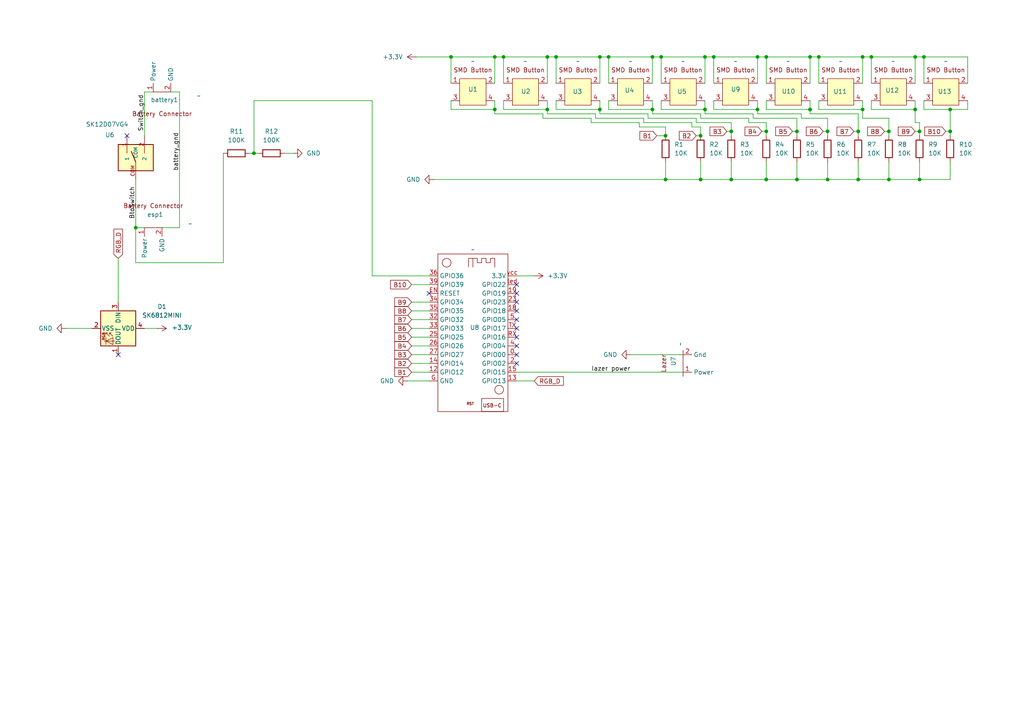
<source format=kicad_sch>
(kicad_sch (version 20231120) (generator "eeschema") (generator_version "8.0")
  (paper "A4")
  (lib_symbols
    (symbol "Device:R" (pin_numbers hide) (pin_names (offset 0))
      (property "Reference" "R" (at 2.032 0 90))
      (property "Value" "R" (at 0 0 90))
      (symbol "R_0_1"
        (rectangle (start -1.016 -2.54) (end 1.016 2.54) (stroke (width 0.254)))
      )
      (symbol "R_1_1"
        (pin passive line (at 0 3.81 270) (length 1.27) (name "~") (number "1"))
        (pin passive line (at 0 -3.81 90) (length 1.27) (name "~") (number "2"))
      )
    )
    (symbol "LED:SK6812MINI" (pin_names (offset 0.254))
      (property "Reference" "D" (at 5.08 5.715 0))
      (property "Value" "SK6812MINI" (at 1.27 -5.715 0))
      (symbol "SK6812MINI_0_0"
        (text "RGB" (at 2.286 -4.191 0) (effects (font (size 0.762 0.762))))
      )
      (symbol "SK6812MINI_0_1"
        (polyline (pts (xy 1.27 -3.556) (xy 1.778 -3.556)))
        (polyline (pts (xy 1.27 -2.54) (xy 1.778 -2.54)))
        (polyline (pts (xy 4.699 -3.556) (xy 2.667 -3.556)))
        (polyline (pts (xy 2.286 -2.54) (xy 1.27 -3.556) (xy 1.27 -3.048)))
        (polyline (pts (xy 2.286 -1.524) (xy 1.27 -2.54) (xy 1.27 -2.032)))
        (polyline (pts (xy 3.683 -1.016) (xy 3.683 -3.556) (xy 3.683 -4.064)))
        (polyline (pts (xy 4.699 -1.524) (xy 2.667 -1.524) (xy 3.683 -3.556) (xy 4.699 -1.524)))
        (rectangle (start 5.08 5.08) (end -5.08 -5.08) (stroke (width 0.254)) (fill (type background)))
      )
      (symbol "SK6812MINI_1_1"
        (pin output line (at 7.62 0 180) (length 2.54) (name "DOUT") (number "1"))
        (pin power_in line (at 0 -7.62 90) (length 2.54) (name "VSS") (number "2"))
        (pin input line (at -7.62 0 0) (length 2.54) (name "DIN") (number "3"))
        (pin power_in line (at 0 7.62 270) (length 2.54) (name "VDD") (number "4"))
      )
    )
    (symbol "SK12D07VG4:SK12D07VG4" (pin_names (offset 1.016))
      (property "Reference" "U" (at 0 0 0))
      (property "Value" "SK12D07VG4" (at 0 0 0))
      (symbol "SK12D07VG4_0_0"
        (rectangle (start -5.08 -2.54) (end 5.08 5.08) (stroke (width 0.254)) (fill (type background)))
        (polyline (pts (xy 0 0) (xy -1.27 3.048)) (stroke (width 0.254)))
        (pin bidirectional line (at -2.54 7.62 270) (length 5.08) (name "1") (number "1"))
        (pin bidirectional line (at 2.54 7.62 270) (length 5.08) (name "2") (number "2"))
        (pin bidirectional line (at 0 -5.08 90) (length 5.08) (name "COM") (number "COM"))
      )
    )
    (symbol "button:TWS4417-250AT"
      (property "Reference" "U" (at 0 11.43 0))
      (symbol "TWS4417-250AT_1_1"
        (rectangle (start -3.81 3.81) (end 3.81 -3.81) (fill (type background)))
        (text "SMD Button" (at 0 6.35 0) (effects (font (size 1.27 1.27))))
        (pin input line (at -6.35 2.54 0) (length 2.54) (name "") (number "1"))
        (pin input line (at 6.35 2.54 180) (length 2.54) (name "") (number "2"))
        (pin output line (at -6.35 -2.54 0) (length 2.54) (name "") (number "3"))
        (pin output line (at 6.35 -2.54 180) (length 2.54) (name "") (number "4"))
      )
    )
    (symbol "lazer_pin:battery_connector"
      (property "Reference" "T" (at 0 2.54 0))
      (symbol "battery_connector_0_1"
        (polyline (pts (xy -2.54 0) (xy 2.54 0)))
      )
      (symbol "battery_connector_1_1"
        (text "Battery Connector" (at 0 6.35 0) (effects (font (size 1.27 1.27))))
        (pin input line (at -2.54 0 270) (length 2.54) (name "Power") (number "1"))
        (pin input line (at 2.54 0 270) (length 2.54) (name "GND") (number "2"))
      )
    )
    (symbol "lazer_pin:esp_with_battery"
      (property "Reference" "U" (at 15.24 22.86 0))
      (symbol "esp_with_battery_0_1"
        (rectangle (start -13.97 33.02) (end 6.35 -12.7))
        (circle (center -11.43 30.48) (radius 1.27))
        (rectangle (start -1.27 -8.89) (end 5.08 -12.7))
        (polyline (pts (xy -5.08 29.21) (xy -5.08 31.75) (xy -3.81 31.75) (xy -3.81 29.21) (xy -3.81 31.75) (xy -2.54 31.75) (xy -2.54 30.48) (xy -1.27 30.48) (xy -1.27 31.75) (xy 0 31.75) (xy 0 30.48) (xy 1.27 30.48) (xy 1.27 31.75) (xy 2.54 31.75) (xy 2.54 29.21)))
        (circle (center 3.81 -6.35) (radius 1.27))
      )
      (symbol "esp_with_battery_1_1"
        (text "RST" (at -4.572 -10.414 0) (effects (font (size 0.762 0.762))))
        (text "USB-C" (at 1.778 -10.922 0) (effects (font (size 1.016 1.016))))
        (pin bidirectional line (at 8.89 3.81 180) (length 2.54) (name "GPIO00") (number "0"))
        (pin bidirectional line (at -16.51 -1.27 0) (length 2.54) (name "GPIO12") (number "12"))
        (pin bidirectional line (at 8.89 -3.81 180) (length 2.54) (name "GPIO13") (number "13"))
        (pin bidirectional line (at -16.51 1.27 0) (length 2.54) (name "GPIO14") (number "14"))
        (pin bidirectional line (at 8.89 -1.27 180) (length 2.54) (name "GPIO15") (number "15"))
        (pin bidirectional line (at 8.89 16.51 180) (length 2.54) (name "GPIO18") (number "18"))
        (pin bidirectional line (at 8.89 21.59 180) (length 2.54) (name "GPIO19") (number "19"))
        (pin bidirectional line (at 8.89 1.27 180) (length 2.54) (name "GPIO02") (number "2"))
        (pin bidirectional line (at 8.89 19.05 180) (length 2.54) (name "GPIO23") (number "23"))
        (pin bidirectional line (at -16.51 8.89 0) (length 2.54) (name "GPIO25") (number "25"))
        (pin bidirectional line (at -16.51 6.35 0) (length 2.54) (name "GPIO26") (number "26"))
        (pin bidirectional line (at -16.51 3.81 0) (length 2.54) (name "GPIO27") (number "27"))
        (pin bidirectional line (at -16.51 13.97 0) (length 2.54) (name "GPIO32") (number "32"))
        (pin bidirectional line (at -16.51 11.43 0) (length 2.54) (name "GPIO33") (number "33"))
        (pin bidirectional line (at -16.51 19.05 0) (length 2.54) (name "GPIO34") (number "34"))
        (pin bidirectional line (at -16.51 16.51 0) (length 2.54) (name "GPIO35") (number "35"))
        (pin bidirectional line (at -16.51 26.67 0) (length 2.54) (name "GPIO36") (number "36"))
        (pin bidirectional line (at -16.51 24.13 0) (length 2.54) (name "GPIO39") (number "39"))
        (pin bidirectional line (at 8.89 6.35 180) (length 2.54) (name "GPIO04") (number "4"))
        (pin bidirectional line (at 8.89 13.97 180) (length 2.54) (name "GPIO05") (number "5"))
        (pin bidirectional line (at -16.51 21.59 0) (length 2.54) (name "RESET") (number "EN"))
        (pin power_out line (at -16.51 -3.81 0) (length 2.54) (name "GND") (number "G"))
        (pin bidirectional line (at 8.89 8.89 180) (length 2.54) (name "GPIO16") (number "RX"))
        (pin bidirectional line (at 8.89 11.43 180) (length 2.54) (name "GPIO17") (number "TX"))
        (pin bidirectional line (at 8.89 24.13 180) (length 2.54) (name "GPIO22") (number "led"))
        (pin output line (at 8.89 26.67 180) (length 2.54) (name "3.3V") (number "vcc"))
      )
    )
    (symbol "lazer_pin:lazer"
      (property "Reference" "U" (at -0.762 7.366 0))
      (symbol "lazer_1_1"
        (rectangle (start -3.81 0) (end 3.81 0))
        (text "Lazer" (at 0 5.588 0) (effects (font (size 1.27 1.27))))
        (pin input line (at -2.54 0 270) (length 2.54) (name "Power") (number "1"))
        (pin input line (at 2.54 0 270) (length 2.54) (name "Gnd") (number "2"))
      )
    )
    (symbol "power:+3.3V" (power) (pin_numbers hide) (pin_names (offset 0) hide)
      (property "Value" "+3.3V" (at 0 3.556 0))
      (symbol "+3.3V_0_1"
        (polyline (pts (xy -0.762 1.27) (xy 0 2.54)))
        (polyline (pts (xy 0 0) (xy 0 2.54)))
        (polyline (pts (xy 0 2.54) (xy 0.762 1.27)))
      )
      (symbol "+3.3V_1_1"
        (pin power_in line (at 0 0 90) (length 0) (name "~") (number "1"))
      )
    )
    (symbol "power:GND" (power) (pin_numbers hide) (pin_names (offset 0) hide)
      (property "Value" "GND" (at 0 -3.81 0))
      (symbol "GND_0_1"
        (polyline (pts (xy 0 0) (xy 0 -1.27) (xy 1.27 -1.27) (xy 0 -2.54) (xy -1.27 -1.27) (xy 0 -1.27)))
      )
      (symbol "GND_1_1"
        (pin power_in line (at 0 0 270) (length 0) (name "~") (number "1"))
      )
    )
  )
  (junction (at 275.59 31.75))
  (junction (at 250.19 16.51))
  (junction (at 146.05 16.51))
  (junction (at 204.47 16.51))
  (junction (at 248.92 52.07))
  (junction (at 176.53 16.51))
  (junction (at 193.04 39.37))
  (junction (at 143.51 31.75))
  (junction (at 265.43 16.51))
  (junction (at 203.2 39.37))
  (junction (at 222.25 16.51))
  (junction (at 252.73 16.51))
  (junction (at 219.71 16.51))
  (junction (at 240.03 52.07))
  (junction (at 275.59 38.1))
  (junction (at 257.81 52.07))
  (junction (at 237.49 16.51))
  (junction (at 257.81 38.1))
  (junction (at 240.03 38.1))
  (junction (at 39.37 66.04))
  (junction (at 266.7 52.07))
  (junction (at 231.14 52.07))
  (junction (at 130.81 16.51))
  (junction (at 191.77 16.51))
  (junction (at 222.25 38.1))
  (junction (at 173.99 31.75))
  (junction (at 248.92 38.1))
  (junction (at 143.51 16.51))
  (junction (at 265.43 31.75))
  (junction (at 222.25 52.07))
  (junction (at 158.75 31.75))
  (junction (at 189.23 31.75))
  (junction (at 203.2 52.07))
  (junction (at 250.19 31.75))
  (junction (at 189.23 16.51))
  (junction (at 231.14 38.1))
  (junction (at 234.95 16.51))
  (junction (at 204.47 31.75))
  (junction (at 193.04 52.07))
  (junction (at 161.29 16.51))
  (junction (at 266.7 38.1))
  (junction (at 234.95 31.75))
  (junction (at 73.66 44.45))
  (junction (at 267.97 16.51))
  (junction (at 219.71 31.75))
  (junction (at 158.75 16.51))
  (junction (at 212.09 38.1))
  (junction (at 207.01 16.51))
  (junction (at 212.09 52.07))
  (junction (at 173.99 16.51))
  (no_connect (at 149.86 90.17))
  (no_connect (at 149.86 92.71))
  (no_connect (at 149.86 85.09))
  (no_connect (at 36.83 39.37))
  (no_connect (at 34.29 102.87))
  (no_connect (at 124.46 85.09))
  (no_connect (at 149.86 87.63))
  (no_connect (at 149.86 95.25))
  (no_connect (at 149.86 82.55))
  (no_connect (at 149.86 102.87))
  (no_connect (at 149.86 97.79))
  (no_connect (at 149.86 100.33))
  (no_connect (at 149.86 105.41))
  (wire (pts (xy 46.99 66.04) (xy 52.07 66.04)))
  (wire (pts (xy 231.14 46.99) (xy 231.14 52.07)))
  (wire (pts (xy 193.04 52.07) (xy 203.2 52.07)))
  (wire (pts (xy 237.49 31.75) (xy 250.19 31.75)))
  (wire (pts (xy 172.72 34.29) (xy 172.72 33.02)))
  (wire (pts (xy 203.2 34.29) (xy 217.17 34.29)))
  (wire (pts (xy 250.19 31.75) (xy 250.19 29.21)))
  (wire (pts (xy 212.09 46.99) (xy 212.09 52.07)))
  (wire (pts (xy 280.67 16.51) (xy 280.67 24.13)))
  (wire (pts (xy 149.86 107.95) (xy 198.12 107.95)))
  (wire (pts (xy 219.71 16.51) (xy 219.71 24.13)))
  (wire (pts (xy 26.67 95.25) (xy 19.05 95.25)))
  (wire (pts (xy 252.73 16.51) (xy 252.73 24.13)))
  (wire (pts (xy 212.09 52.07) (xy 222.25 52.07)))
  (wire (pts (xy 210.82 38.1) (xy 212.09 38.1)))
  (wire (pts (xy 64.77 44.45) (xy 64.77 76.2)))
  (wire (pts (xy 203.2 33.02) (xy 203.2 34.29)))
  (wire (pts (xy 274.32 38.1) (xy 275.59 38.1)))
  (wire (pts (xy 186.69 35.56) (xy 186.69 34.29)))
  (wire (pts (xy 266.7 38.1) (xy 266.7 35.56)))
  (wire (pts (xy 119.38 102.87) (xy 124.46 102.87)))
  (wire (pts (xy 52.07 26.67) (xy 52.07 66.04)))
  (wire (pts (xy 252.73 29.21) (xy 252.73 31.75)))
  (wire (pts (xy 257.81 52.07) (xy 266.7 52.07)))
  (wire (pts (xy 201.93 39.37) (xy 203.2 39.37)))
  (wire (pts (xy 217.17 35.56) (xy 222.25 35.56)))
  (wire (pts (xy 191.77 29.21) (xy 191.77 31.75)))
  (wire (pts (xy 234.95 16.51) (xy 237.49 16.51)))
  (wire (pts (xy 39.37 76.2) (xy 64.77 76.2)))
  (wire (pts (xy 173.99 16.51) (xy 173.99 24.13)))
  (wire (pts (xy 207.01 16.51) (xy 207.01 24.13)))
  (wire (pts (xy 173.99 29.21) (xy 173.99 31.75)))
  (wire (pts (xy 207.01 31.75) (xy 219.71 31.75)))
  (wire (pts (xy 200.66 35.56) (xy 186.69 35.56)))
  (wire (pts (xy 146.05 29.21) (xy 146.05 31.75)))
  (wire (pts (xy 130.81 31.75) (xy 143.51 31.75)))
  (wire (pts (xy 222.25 46.99) (xy 222.25 52.07)))
  (wire (pts (xy 73.66 29.21) (xy 73.66 44.45)))
  (wire (pts (xy 267.97 16.51) (xy 280.67 16.51)))
  (wire (pts (xy 154.94 110.49) (xy 149.86 110.49)))
  (wire (pts (xy 119.38 90.17) (xy 124.46 90.17)))
  (wire (pts (xy 193.04 36.83) (xy 193.04 39.37)))
  (wire (pts (xy 143.51 16.51) (xy 143.51 24.13)))
  (wire (pts (xy 125.73 52.07) (xy 193.04 52.07)))
  (wire (pts (xy 158.75 16.51) (xy 158.75 24.13)))
  (wire (pts (xy 237.49 29.21) (xy 237.49 31.75)))
  (wire (pts (xy 222.25 31.75) (xy 234.95 31.75)))
  (wire (pts (xy 267.97 16.51) (xy 267.97 24.13)))
  (wire (pts (xy 252.73 31.75) (xy 265.43 31.75)))
  (wire (pts (xy 34.29 74.93) (xy 34.29 87.63)))
  (wire (pts (xy 265.43 16.51) (xy 267.97 16.51)))
  (wire (pts (xy 193.04 46.99) (xy 193.04 52.07)))
  (wire (pts (xy 189.23 16.51) (xy 191.77 16.51)))
  (wire (pts (xy 73.66 29.21) (xy 107.95 29.21)))
  (wire (pts (xy 267.97 29.21) (xy 267.97 31.75)))
  (wire (pts (xy 176.53 29.21) (xy 176.53 31.75)))
  (wire (pts (xy 265.43 35.56) (xy 265.43 31.75)))
  (wire (pts (xy 39.37 66.04) (xy 39.37 76.2)))
  (wire (pts (xy 240.03 38.1) (xy 240.03 34.29)))
  (wire (pts (xy 143.51 31.75) (xy 143.51 29.21)))
  (wire (pts (xy 219.71 31.75) (xy 219.71 29.21)))
  (wire (pts (xy 212.09 35.56) (xy 201.93 35.56)))
  (wire (pts (xy 219.71 16.51) (xy 222.25 16.51)))
  (wire (pts (xy 240.03 46.99) (xy 240.03 52.07)))
  (wire (pts (xy 41.91 39.37) (xy 41.91 26.67)))
  (wire (pts (xy 265.43 38.1) (xy 266.7 38.1)))
  (wire (pts (xy 248.92 39.37) (xy 248.92 38.1)))
  (wire (pts (xy 73.66 44.45) (xy 74.93 44.45)))
  (wire (pts (xy 146.05 31.75) (xy 158.75 31.75)))
  (wire (pts (xy 250.19 34.29) (xy 257.81 34.29)))
  (wire (pts (xy 257.81 38.1) (xy 257.81 39.37)))
  (wire (pts (xy 143.51 33.02) (xy 157.48 33.02)))
  (wire (pts (xy 39.37 52.07) (xy 39.37 66.04)))
  (wire (pts (xy 39.37 66.04) (xy 41.91 66.04)))
  (wire (pts (xy 231.14 34.29) (xy 218.44 34.29)))
  (wire (pts (xy 146.05 16.51) (xy 146.05 24.13)))
  (wire (pts (xy 143.51 31.75) (xy 143.51 33.02)))
  (wire (pts (xy 257.81 46.99) (xy 257.81 52.07)))
  (wire (pts (xy 72.39 44.45) (xy 73.66 44.45)))
  (wire (pts (xy 130.81 16.51) (xy 130.81 24.13)))
  (wire (pts (xy 171.45 35.56) (xy 185.42 35.56)))
  (wire (pts (xy 173.99 31.75) (xy 173.99 33.02)))
  (wire (pts (xy 191.77 31.75) (xy 204.47 31.75)))
  (wire (pts (xy 203.2 39.37) (xy 203.2 36.83)))
  (wire (pts (xy 120.65 16.51) (xy 130.81 16.51)))
  (wire (pts (xy 231.14 52.07) (xy 240.03 52.07)))
  (wire (pts (xy 119.38 107.95) (xy 124.46 107.95)))
  (wire (pts (xy 266.7 46.99) (xy 266.7 52.07)))
  (wire (pts (xy 186.69 34.29) (xy 172.72 34.29)))
  (wire (pts (xy 187.96 34.29) (xy 187.96 33.02)))
  (wire (pts (xy 265.43 24.13) (xy 265.43 16.51)))
  (wire (pts (xy 161.29 31.75) (xy 173.99 31.75)))
  (wire (pts (xy 207.01 29.21) (xy 207.01 31.75)))
  (wire (pts (xy 217.17 34.29) (xy 217.17 35.56)))
  (wire (pts (xy 238.76 38.1) (xy 240.03 38.1)))
  (wire (pts (xy 266.7 35.56) (xy 265.43 35.56)))
  (wire (pts (xy 189.23 31.75) (xy 189.23 29.21)))
  (wire (pts (xy 185.42 36.83) (xy 193.04 36.83)))
  (wire (pts (xy 237.49 16.51) (xy 237.49 24.13)))
  (wire (pts (xy 248.92 46.99) (xy 248.92 52.07)))
  (wire (pts (xy 204.47 16.51) (xy 204.47 24.13)))
  (wire (pts (xy 119.38 87.63) (xy 124.46 87.63)))
  (wire (pts (xy 257.81 34.29) (xy 257.81 38.1)))
  (wire (pts (xy 280.67 31.75) (xy 280.67 29.21)))
  (wire (pts (xy 234.95 29.21) (xy 234.95 31.75)))
  (wire (pts (xy 119.38 92.71) (xy 124.46 92.71)))
  (wire (pts (xy 222.25 52.07) (xy 231.14 52.07)))
  (wire (pts (xy 176.53 31.75) (xy 189.23 31.75)))
  (wire (pts (xy 158.75 31.75) (xy 158.75 29.21)))
  (wire (pts (xy 231.14 38.1) (xy 231.14 34.29)))
  (wire (pts (xy 250.19 16.51) (xy 250.19 24.13)))
  (wire (pts (xy 85.09 44.45) (xy 82.55 44.45)))
  (wire (pts (xy 191.77 16.51) (xy 191.77 24.13)))
  (wire (pts (xy 189.23 33.02) (xy 203.2 33.02)))
  (wire (pts (xy 119.38 82.55) (xy 124.46 82.55)))
  (wire (pts (xy 119.38 95.25) (xy 124.46 95.25)))
  (wire (pts (xy 234.95 31.75) (xy 234.95 33.02)))
  (wire (pts (xy 222.25 35.56) (xy 222.25 38.1)))
  (wire (pts (xy 154.94 80.01) (xy 149.86 80.01)))
  (wire (pts (xy 267.97 31.75) (xy 275.59 31.75)))
  (wire (pts (xy 248.92 52.07) (xy 257.81 52.07)))
  (wire (pts (xy 107.95 29.21) (xy 107.95 80.01)))
  (wire (pts (xy 118.11 110.49) (xy 124.46 110.49)))
  (wire (pts (xy 212.09 38.1) (xy 212.09 35.56)))
  (wire (pts (xy 201.93 35.56) (xy 201.93 34.29)))
  (wire (pts (xy 187.96 33.02) (xy 173.99 33.02)))
  (wire (pts (xy 247.65 38.1) (xy 248.92 38.1)))
  (wire (pts (xy 240.03 52.07) (xy 248.92 52.07)))
  (wire (pts (xy 204.47 31.75) (xy 204.47 29.21)))
  (wire (pts (xy 161.29 29.21) (xy 161.29 31.75)))
  (wire (pts (xy 203.2 46.99) (xy 203.2 52.07)))
  (wire (pts (xy 275.59 38.1) (xy 275.59 39.37)))
  (wire (pts (xy 266.7 39.37) (xy 266.7 38.1)))
  (wire (pts (xy 240.03 39.37) (xy 240.03 38.1)))
  (wire (pts (xy 248.92 33.02) (xy 234.95 33.02)))
  (wire (pts (xy 248.92 38.1) (xy 248.92 33.02)))
  (wire (pts (xy 201.93 34.29) (xy 187.96 34.29)))
  (wire (pts (xy 172.72 33.02) (xy 158.75 33.02)))
  (wire (pts (xy 45.72 95.25) (xy 41.91 95.25)))
  (wire (pts (xy 143.51 16.51) (xy 146.05 16.51)))
  (wire (pts (xy 234.95 16.51) (xy 234.95 24.13)))
  (wire (pts (xy 203.2 52.07) (xy 212.09 52.07)))
  (wire (pts (xy 265.43 31.75) (xy 265.43 29.21)))
  (wire (pts (xy 222.25 38.1) (xy 222.25 39.37)))
  (wire (pts (xy 173.99 16.51) (xy 176.53 16.51)))
  (wire (pts (xy 182.88 102.87) (xy 198.12 102.87)))
  (wire (pts (xy 222.25 16.51) (xy 234.95 16.51)))
  (wire (pts (xy 52.07 26.67) (xy 49.53 26.67)))
  (wire (pts (xy 119.38 97.79) (xy 124.46 97.79)))
  (wire (pts (xy 229.87 38.1) (xy 231.14 38.1)))
  (wire (pts (xy 107.95 80.01) (xy 124.46 80.01)))
  (wire (pts (xy 212.09 39.37) (xy 212.09 38.1)))
  (wire (pts (xy 130.81 16.51) (xy 143.51 16.51)))
  (wire (pts (xy 119.38 100.33) (xy 124.46 100.33)))
  (wire (pts (xy 207.01 16.51) (xy 219.71 16.51)))
  (wire (pts (xy 176.53 16.51) (xy 189.23 16.51)))
  (wire (pts (xy 219.71 33.02) (xy 219.71 31.75)))
  (wire (pts (xy 161.29 16.51) (xy 161.29 24.13)))
  (wire (pts (xy 266.7 52.07) (xy 275.59 52.07)))
  (wire (pts (xy 130.81 29.21) (xy 130.81 31.75)))
  (wire (pts (xy 222.25 29.21) (xy 222.25 31.75)))
  (wire (pts (xy 203.2 36.83) (xy 200.66 36.83)))
  (wire (pts (xy 176.53 16.51) (xy 176.53 24.13)))
  (wire (pts (xy 158.75 16.51) (xy 161.29 16.51)))
  (wire (pts (xy 157.48 34.29) (xy 171.45 34.29)))
  (wire (pts (xy 250.19 31.75) (xy 250.19 34.29)))
  (wire (pts (xy 185.42 35.56) (xy 185.42 36.83)))
  (wire (pts (xy 275.59 31.75) (xy 280.67 31.75)))
  (wire (pts (xy 158.75 33.02) (xy 158.75 31.75)))
  (wire (pts (xy 189.23 24.13) (xy 189.23 16.51)))
  (wire (pts (xy 232.41 34.29) (xy 232.41 33.02)))
  (wire (pts (xy 275.59 31.75) (xy 275.59 38.1)))
  (wire (pts (xy 220.98 38.1) (xy 222.25 38.1)))
  (wire (pts (xy 146.05 16.51) (xy 158.75 16.51)))
  (wire (pts (xy 171.45 34.29) (xy 171.45 35.56)))
  (wire (pts (xy 157.48 33.02) (xy 157.48 34.29)))
  (wire (pts (xy 256.54 38.1) (xy 257.81 38.1)))
  (wire (pts (xy 222.25 16.51) (xy 222.25 24.13)))
  (wire (pts (xy 275.59 46.99) (xy 275.59 52.07)))
  (wire (pts (xy 200.66 36.83) (xy 200.66 35.56)))
  (wire (pts (xy 191.77 16.51) (xy 204.47 16.51)))
  (wire (pts (xy 252.73 16.51) (xy 265.43 16.51)))
  (wire (pts (xy 204.47 33.02) (xy 204.47 31.75)))
  (wire (pts (xy 161.29 16.51) (xy 173.99 16.51)))
  (wire (pts (xy 240.03 34.29) (xy 232.41 34.29)))
  (wire (pts (xy 232.41 33.02) (xy 219.71 33.02)))
  (wire (pts (xy 237.49 16.51) (xy 250.19 16.51)))
  (wire (pts (xy 41.91 26.67) (xy 44.45 26.67)))
  (wire (pts (xy 119.38 105.41) (xy 124.46 105.41)))
  (wire (pts (xy 204.47 16.51) (xy 207.01 16.51)))
  (wire (pts (xy 218.44 33.02) (xy 204.47 33.02)))
  (wire (pts (xy 231.14 39.37) (xy 231.14 38.1)))
  (wire (pts (xy 189.23 31.75) (xy 189.23 33.02)))
  (wire (pts (xy 218.44 34.29) (xy 218.44 33.02)))
  (wire (pts (xy 250.19 16.51) (xy 252.73 16.51)))
  (wire (pts (xy 190.5 39.37) (xy 193.04 39.37)))
  (label "Switch_gnd" (at 41.91 38.1 90))
  (label "battery_gnd" (at 52.07 49.53 90))
  (label "lazer power" (at 182.88 107.95 180))
  (label "BtoSwitch" (at 39.37 63.5 90))
  (global_label "B3" (shape input) (at 210.82 38.1 180) (property "Intersheetrefs" "${INTERSHEET_REFS}" (effects (hide yes))))
  (global_label "B7" (shape input) (at 119.38 92.71 180) (property "Intersheetrefs" "${INTERSHEET_REFS}" (effects (hide yes))))
  (global_label "B5" (shape input) (at 229.87 38.1 180) (property "Intersheetrefs" "${INTERSHEET_REFS}" (effects (hide yes))))
  (global_label "B3" (shape input) (at 119.38 102.87 180) (property "Intersheetrefs" "${INTERSHEET_REFS}" (effects (hide yes))))
  (global_label "B4" (shape input) (at 119.38 100.33 180) (property "Intersheetrefs" "${INTERSHEET_REFS}" (effects (hide yes))))
  (global_label "B1" (shape input) (at 190.5 39.37 180) (property "Intersheetrefs" "${INTERSHEET_REFS}" (effects (hide yes))))
  (global_label "B10" (shape input) (at 274.32 38.1 180) (property "Intersheetrefs" "${INTERSHEET_REFS}" (effects (hide yes))))
  (global_label "RGB_D" (shape input) (at 34.29 74.93 90) (property "Intersheetrefs" "${INTERSHEET_REFS}" (effects (hide yes))))
  (global_label "B7" (shape input) (at 247.65 38.1 180) (property "Intersheetrefs" "${INTERSHEET_REFS}" (effects (hide yes))))
  (global_label "B4" (shape input) (at 220.98 38.1 180) (property "Intersheetrefs" "${INTERSHEET_REFS}" (effects (hide yes))))
  (global_label "B9" (shape input) (at 119.38 87.63 180) (property "Intersheetrefs" "${INTERSHEET_REFS}" (effects (hide yes))))
  (global_label "B5" (shape input) (at 119.38 97.79 180) (property "Intersheetrefs" "${INTERSHEET_REFS}" (effects (hide yes))))
  (global_label "RGB_D" (shape input) (at 154.94 110.49 0) (property "Intersheetrefs" "${INTERSHEET_REFS}" (effects (hide yes))))
  (global_label "B2" (shape input) (at 201.93 39.37 180) (property "Intersheetrefs" "${INTERSHEET_REFS}" (effects (hide yes))))
  (global_label "B1" (shape input) (at 119.38 107.95 180) (property "Intersheetrefs" "${INTERSHEET_REFS}" (effects (hide yes))))
  (global_label "B9" (shape input) (at 265.43 38.1 180) (property "Intersheetrefs" "${INTERSHEET_REFS}" (effects (hide yes))))
  (global_label "B6" (shape input) (at 119.38 95.25 180) (property "Intersheetrefs" "${INTERSHEET_REFS}" (effects (hide yes))))
  (global_label "B10" (shape input) (at 119.38 82.55 180) (property "Intersheetrefs" "${INTERSHEET_REFS}" (effects (hide yes))))
  (global_label "B2" (shape input) (at 119.38 105.41 180) (property "Intersheetrefs" "${INTERSHEET_REFS}" (effects (hide yes))))
  (global_label "B8" (shape input) (at 119.38 90.17 180) (property "Intersheetrefs" "${INTERSHEET_REFS}" (effects (hide yes))))
  (global_label "B8" (shape input) (at 256.54 38.1 180) (property "Intersheetrefs" "${INTERSHEET_REFS}" (effects (hide yes))))
  (global_label "B6" (shape input) (at 238.76 38.1 180) (property "Intersheetrefs" "${INTERSHEET_REFS}" (effects (hide yes))))
  (symbol (lib_id "button:TWS4417-250AT") (at 137.16 26.67 0) (unit 1)
    (property "Reference" "U1" (at 137.16 25.908 0))
    (property "Value" "~" (at 137.16 17.78 0))
    (property "Footprint" "button:TWS4417-250AT" (effects (hide yes)))
  )
  (symbol (lib_id "button:TWS4417-250AT") (at 243.84 26.67 0) (unit 1)
    (property "Reference" "U11" (at 243.6865 26.5481 0))
    (property "Value" "~" (at 243.84 17.78 0))
    (property "Footprint" "button:TWS4417-250AT" (effects (hide yes)))
  )
  (symbol (lib_id "button:TWS4417-250AT") (at 228.6 26.67 0) (unit 1)
    (property "Reference" "U10" (at 228.7015 26.4912 0))
    (property "Value" "~" (at 228.6 17.78 0))
    (property "Footprint" "button:TWS4417-250AT" (effects (hide yes)))
  )
  (symbol (lib_id "lazer_pin:esp_with_battery") (at 140.97 106.68 0) (unit 1)
    (property "Reference" "U8" (at 137.668 94.996 0))
    (property "Value" "~" (at 137.16 72.39 0))
    (property "Footprint" "clicker:ESP32_withBMS" (effects (hide yes)))
  )
  (symbol (lib_id "Device:R") (at 68.58 44.45 90) (unit 1)
    (property "Reference" "R11" (at 68.58 38.1 90))
    (property "Value" "100K" (at 68.58 40.64 90))
    (property "Footprint" "Resistor_SMD:R_1206_3216Metric" (effects (hide yes)))
    (property "Description" "Resistor" (effects (hide yes)))
  )
  (symbol (lib_id "button:TWS4417-250AT") (at 198.12 26.67 0) (unit 1)
    (property "Reference" "U5" (at 197.7924 26.5379 0))
    (property "Value" "~" (at 198.12 17.78 0))
    (property "Footprint" "button:TWS4417-250AT" (effects (hide yes)))
  )
  (symbol (lib_id "power:GND") (at 125.73 52.07 270) (unit 1)
    (property "Reference" "#PWR03" (effects (hide yes)))
    (property "Value" "GND" (at 121.92 52.0699 90) (effects (justify right)))
    (property "Description" "Power symbol creates a global label with name \"GND\" , ground" (effects (hide yes)))
  )
  (symbol (lib_id "Device:R") (at 203.2 43.18 0) (unit 1)
    (property "Reference" "R2" (at 205.74 41.9099 0) (effects (justify left)))
    (property "Value" "10K" (at 205.74 44.4499 0) (effects (justify left)))
    (property "Footprint" "Resistor_SMD:R_1206_3216Metric" (effects (hide yes)))
    (property "Description" "Resistor" (effects (hide yes)))
  )
  (symbol (lib_id "Device:R") (at 222.25 43.18 0) (unit 1)
    (property "Reference" "R4" (at 224.79 41.9099 0) (effects (justify left)))
    (property "Value" "10K" (at 224.79 44.4499 0) (effects (justify left)))
    (property "Footprint" "Resistor_SMD:R_1206_3216Metric" (effects (hide yes)))
    (property "Description" "Resistor" (effects (hide yes)))
  )
  (symbol (lib_id "Device:R") (at 212.09 43.18 0) (unit 1)
    (property "Reference" "R3" (at 214.63 41.9099 0) (effects (justify left)))
    (property "Value" "10K" (at 214.63 44.4499 0) (effects (justify left)))
    (property "Footprint" "Resistor_SMD:R_1206_3216Metric" (effects (hide yes)))
    (property "Description" "Resistor" (effects (hide yes)))
  )
  (symbol (lib_id "lazer_pin:lazer") (at 198.12 105.41 90) (unit 1)
    (property "Reference" "U7" (at 195.326 106.172 0) (effects (justify left)))
    (property "Value" "~" (at 197.3552 100.33 0) (effects (justify left)))
    (property "Footprint" "clicker:Standard_connector" (effects (hide yes)))
  )
  (symbol (lib_id "button:TWS4417-250AT") (at 274.32 26.67 0) (unit 1)
    (property "Reference" "U13" (at 273.9924 26.5379 0))
    (property "Value" "~" (at 274.32 17.78 0))
    (property "Footprint" "button:TWS4417-250AT" (effects (hide yes)))
  )
  (symbol (lib_id "button:TWS4417-250AT") (at 213.36 26.67 0) (unit 1)
    (property "Reference" "U9" (at 213.36 25.908 0))
    (property "Value" "~" (at 213.36 17.78 0))
    (property "Footprint" "button:TWS4417-250AT" (effects (hide yes)))
  )
  (symbol (lib_id "power:+3.3V") (at 45.72 95.25 270) (unit 1)
    (property "Reference" "#PWR02" (effects (hide yes)))
    (property "Value" "+3.3V" (at 49.784 94.996 90) (effects (justify left)))
    (property "Description" "Power symbol creates a global label with name \"+3.3V\"" (effects (hide yes)))
  )
  (symbol (lib_id "button:TWS4417-250AT") (at 182.88 26.67 0) (unit 1)
    (property "Reference" "U4" (at 182.5796 26.1905 0))
    (property "Value" "~" (at 182.88 17.78 0))
    (property "Footprint" "button:TWS4417-250AT" (effects (hide yes)))
  )
  (symbol (lib_id "SK12D07VG4:SK12D07VG4") (at 39.37 46.99 0) (unit 1)
    (property "Reference" "U6" (at 30.48 39.116 0) (effects (justify left)))
    (property "Value" "SK12D07VG4" (at 24.892 36.068 0) (effects (justify left)))
    (property "Footprint" "SK12D07VG4:SK12D07VG4" (effects (hide yes)))
    (property "MF" "C&K" (effects (hide yes)))
    (property "Description_1" "\nSwitch Slide ON ON SPDT Side Slide 0.3A 30VDC PC Pins Bracket Mount/Through Hole Bulk\n" (effects (hide yes)))
    (property "Package" "None" (effects (hide yes)))
    (property "Price" "None" (effects (hide yes)))
    (property "SnapEDA_Link" "https://www.snapeda.com/parts/SK12D07VG4/C%2526K/view-part/?ref=snap" (effects (hide yes)))
    (property "MP" "SK12D07VG4" (effects (hide yes)))
    (property "Availability" "Not in stock" (effects (hide yes)))
    (property "Check_prices" "https://www.snapeda.com/parts/SK12D07VG4/C%2526K/view-part/?ref=eda" (effects (hide yes)))
  )
  (symbol (lib_id "Device:R") (at 248.92 43.18 0) (unit 1)
    (property "Reference" "R7" (at 251.46 41.9099 0) (effects (justify left)))
    (property "Value" "10K" (at 251.46 44.4499 0) (effects (justify left)))
    (property "Footprint" "Resistor_SMD:R_1206_3216Metric" (effects (hide yes)))
    (property "Description" "Resistor" (effects (hide yes)))
  )
  (symbol (lib_id "power:GND") (at 85.09 44.45 90) (unit 1)
    (property "Reference" "#PWR08" (effects (hide yes)))
    (property "Value" "GND" (at 88.9 44.4499 90) (effects (justify right)))
    (property "Description" "Power symbol creates a global label with name \"GND\" , ground" (effects (hide yes)))
  )
  (symbol (lib_id "Device:R") (at 193.04 43.18 0) (unit 1)
    (property "Reference" "R1" (at 195.58 41.9099 0) (effects (justify left)))
    (property "Value" "10K" (at 195.58 44.4499 0) (effects (justify left)))
    (property "Footprint" "Resistor_SMD:R_1206_3216Metric" (effects (hide yes)))
    (property "Description" "Resistor" (effects (hide yes)))
  )
  (symbol (lib_id "LED:SK6812MINI") (at 34.29 95.25 270) (unit 1)
    (property "Reference" "D1" (at 46.99 88.9314 90))
    (property "Value" "SK6812MINI" (at 46.99 91.4714 90))
    (property "Footprint" "LED_SMD:LED_SK6812MINI_PLCC4_3.5x3.5mm_P1.75mm" (effects (hide yes)))
    (property "Datasheet" "https://cdn-shop.adafruit.com/product-files/2686/SK6812MINI_REV.01-1-2.pdf" (effects (hide yes)))
    (property "Description" "RGB LED with integrated controller" (effects (hide yes)))
  )
  (symbol (lib_id "button:TWS4417-250AT") (at 167.64 26.67 0) (unit 1)
    (property "Reference" "U3" (at 167.4865 26.5481 0))
    (property "Value" "~" (at 167.64 17.78 0))
    (property "Footprint" "button:TWS4417-250AT" (effects (hide yes)))
  )
  (symbol (lib_id "Device:R") (at 78.74 44.45 90) (unit 1)
    (property "Reference" "R12" (at 78.74 38.1 90))
    (property "Value" "100K" (at 78.74 40.64 90))
    (property "Footprint" "Resistor_SMD:R_1206_3216Metric" (effects (hide yes)))
    (property "Description" "Resistor" (effects (hide yes)))
  )
  (symbol (lib_id "Device:R") (at 257.81 43.18 0) (unit 1)
    (property "Reference" "R8" (at 260.35 41.9099 0) (effects (justify left)))
    (property "Value" "10K" (at 260.35 44.4499 0) (effects (justify left)))
    (property "Footprint" "Resistor_SMD:R_1206_3216Metric" (effects (hide yes)))
    (property "Description" "Resistor" (effects (hide yes)))
  )
  (symbol (lib_id "power:GND") (at 19.05 95.25 270) (unit 1)
    (property "Reference" "#PWR07" (effects (hide yes)))
    (property "Value" "GND" (at 15.24 95.2499 90) (effects (justify right)))
    (property "Description" "Power symbol creates a global label with name \"GND\" , ground" (effects (hide yes)))
  )
  (symbol (lib_id "lazer_pin:battery_connector") (at 46.99 26.67 0) (mirror x) (unit 1)
    (property "Reference" "battery1" (at 43.688 28.956 0) (effects (justify left)))
    (property "Value" "~" (at 57.15 27.8158 0) (effects (justify left)))
    (property "Footprint" "clicker:Standard_connector" (effects (hide yes)))
  )
  (symbol (lib_id "Device:R") (at 231.14 43.18 0) (unit 1)
    (property "Reference" "R5" (at 233.68 41.9099 0) (effects (justify left)))
    (property "Value" "10K" (at 233.68 44.4499 0) (effects (justify left)))
    (property "Footprint" "Resistor_SMD:R_1206_3216Metric" (effects (hide yes)))
    (property "Description" "Resistor" (effects (hide yes)))
  )
  (symbol (lib_id "power:+3.3V") (at 154.94 80.01 270) (unit 1)
    (property "Reference" "#PWR01" (effects (hide yes)))
    (property "Value" "+3.3V" (at 158.75 80.0099 90) (effects (justify left)))
    (property "Description" "Power symbol creates a global label with name \"+3.3V\"" (effects (hide yes)))
  )
  (symbol (lib_id "power:GND") (at 118.11 110.49 270) (unit 1)
    (property "Reference" "#PWR05" (effects (hide yes)))
    (property "Value" "GND" (at 114.3 110.4899 90) (effects (justify right)))
    (property "Description" "Power symbol creates a global label with name \"GND\" , ground" (effects (hide yes)))
  )
  (symbol (lib_id "power:+3.3V") (at 120.65 16.51 90) (unit 1)
    (property "Reference" "#PWR06" (effects (hide yes)))
    (property "Value" "+3.3V" (at 116.84 16.5099 90) (effects (justify left)))
    (property "Description" "Power symbol creates a global label with name \"+3.3V\"" (effects (hide yes)))
  )
  (symbol (lib_id "Device:R") (at 275.59 43.18 0) (unit 1)
    (property "Reference" "R10" (at 278.13 41.9099 0) (effects (justify left)))
    (property "Value" "10K" (at 278.13 44.4499 0) (effects (justify left)))
    (property "Footprint" "Resistor_SMD:R_1206_3216Metric" (effects (hide yes)))
    (property "Description" "Resistor" (effects (hide yes)))
  )
  (symbol (lib_id "button:TWS4417-250AT") (at 152.4 26.67 0) (unit 1)
    (property "Reference" "U2" (at 152.5015 26.4912 0))
    (property "Value" "~" (at 152.4 17.78 0))
    (property "Footprint" "button:TWS4417-250AT" (effects (hide yes)))
  )
  (symbol (lib_id "Device:R") (at 266.7 43.18 0) (unit 1)
    (property "Reference" "R9" (at 269.24 41.9099 0) (effects (justify left)))
    (property "Value" "10K" (at 269.24 44.4499 0) (effects (justify left)))
    (property "Footprint" "Resistor_SMD:R_1206_3216Metric" (effects (hide yes)))
    (property "Description" "Resistor" (effects (hide yes)))
  )
  (symbol (lib_id "button:TWS4417-250AT") (at 259.08 26.67 0) (unit 1)
    (property "Reference" "U12" (at 258.7796 26.1905 0))
    (property "Value" "~" (at 259.08 17.78 0))
    (property "Footprint" "button:TWS4417-250AT" (effects (hide yes)))
  )
  (symbol (lib_id "lazer_pin:battery_connector") (at 44.45 66.04 0) (unit 1)
    (property "Reference" "esp1" (at 42.672 62.23 0) (effects (justify left)))
    (property "Value" "~" (at 54.61 64.8942 0) (effects (justify left)))
    (property "Footprint" "clicker:Standard_connector" (effects (hide yes)))
  )
  (symbol (lib_id "power:GND") (at 182.88 102.87 270) (unit 1)
    (property "Reference" "#PWR04" (effects (hide yes)))
    (property "Value" "GND" (at 179.07 102.8701 90) (effects (justify right)))
    (property "Description" "Power symbol creates a global label with name \"GND\" , ground" (effects (hide yes)))
  )
  (symbol (lib_id "Device:R") (at 240.03 43.18 0) (unit 1)
    (property "Reference" "R6" (at 242.57 41.9099 0) (effects (justify left)))
    (property "Value" "10K" (at 242.57 44.4499 0) (effects (justify left)))
    (property "Footprint" "Resistor_SMD:R_1206_3216Metric" (effects (hide yes)))
    (property "Description" "Resistor" (effects (hide yes)))
  )
)
</source>
